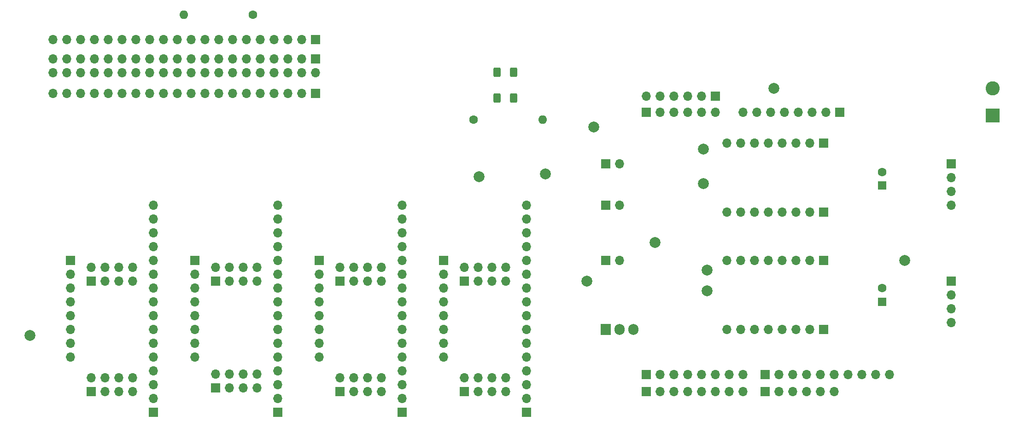
<source format=gbr>
%TF.GenerationSoftware,KiCad,Pcbnew,(6.0.10)*%
%TF.CreationDate,2025-04-13T20:47:06+02:00*%
%TF.ProjectId,pcb_shield,7063625f-7368-4696-956c-642e6b696361,1.0*%
%TF.SameCoordinates,Original*%
%TF.FileFunction,Soldermask,Top*%
%TF.FilePolarity,Negative*%
%FSLAX46Y46*%
G04 Gerber Fmt 4.6, Leading zero omitted, Abs format (unit mm)*
G04 Created by KiCad (PCBNEW (6.0.10)) date 2025-04-13 20:47:06*
%MOMM*%
%LPD*%
G01*
G04 APERTURE LIST*
G04 Aperture macros list*
%AMRoundRect*
0 Rectangle with rounded corners*
0 $1 Rounding radius*
0 $2 $3 $4 $5 $6 $7 $8 $9 X,Y pos of 4 corners*
0 Add a 4 corners polygon primitive as box body*
4,1,4,$2,$3,$4,$5,$6,$7,$8,$9,$2,$3,0*
0 Add four circle primitives for the rounded corners*
1,1,$1+$1,$2,$3*
1,1,$1+$1,$4,$5*
1,1,$1+$1,$6,$7*
1,1,$1+$1,$8,$9*
0 Add four rect primitives between the rounded corners*
20,1,$1+$1,$2,$3,$4,$5,0*
20,1,$1+$1,$4,$5,$6,$7,0*
20,1,$1+$1,$6,$7,$8,$9,0*
20,1,$1+$1,$8,$9,$2,$3,0*%
G04 Aperture macros list end*
%ADD10RoundRect,0.250000X-0.400000X-0.625000X0.400000X-0.625000X0.400000X0.625000X-0.400000X0.625000X0*%
%ADD11C,1.600000*%
%ADD12O,1.600000X1.600000*%
%ADD13R,1.700000X1.700000*%
%ADD14O,1.700000X1.700000*%
%ADD15R,2.600000X2.600000*%
%ADD16C,2.600000*%
%ADD17R,1.600000X1.600000*%
%ADD18C,2.000000*%
%ADD19R,1.905000X2.000000*%
%ADD20O,1.905000X2.000000*%
G04 APERTURE END LIST*
D10*
%TO.C,B2*%
X155808000Y-63153000D03*
X152708000Y-63153000D03*
%TD*%
%TO.C,B1*%
X152708000Y-67903000D03*
X155808000Y-67903000D03*
%TD*%
D11*
%TO.C,R2*%
X148428000Y-71893000D03*
D12*
X161128000Y-71893000D03*
%TD*%
D11*
%TO.C,R1*%
X107858000Y-52553000D03*
D12*
X95158000Y-52553000D03*
%TD*%
D13*
%TO.C,A2.3*%
X215748000Y-70523000D03*
D14*
X213208000Y-70523000D03*
X210668000Y-70523000D03*
X208128000Y-70523000D03*
X205588000Y-70523000D03*
X203048000Y-70523000D03*
X200508000Y-70523000D03*
X197968000Y-70523000D03*
%TD*%
D13*
%TO.C,A2.4*%
X180188000Y-70513000D03*
D14*
X182728000Y-70513000D03*
X185268000Y-70513000D03*
X187808000Y-70513000D03*
X190348000Y-70513000D03*
X192888000Y-70513000D03*
%TD*%
D13*
%TO.C,A2.2*%
X202028000Y-118783000D03*
D14*
X204568000Y-118783000D03*
X207108000Y-118783000D03*
X209648000Y-118783000D03*
X212188000Y-118783000D03*
X214728000Y-118783000D03*
X217268000Y-118783000D03*
X219808000Y-118783000D03*
X222348000Y-118783000D03*
X224888000Y-118783000D03*
%TD*%
D13*
%TO.C,A2.1*%
X180188000Y-118783000D03*
D14*
X182728000Y-118783000D03*
X185268000Y-118783000D03*
X187808000Y-118783000D03*
X190348000Y-118783000D03*
X192888000Y-118783000D03*
X195428000Y-118783000D03*
X197968000Y-118783000D03*
%TD*%
D13*
%TO.C,A4.2*%
X212728000Y-97783000D03*
D14*
X210188000Y-97783000D03*
X207648000Y-97783000D03*
X205108000Y-97783000D03*
X202568000Y-97783000D03*
X200028000Y-97783000D03*
X197488000Y-97783000D03*
X194948000Y-97783000D03*
%TD*%
D13*
%TO.C,A4.1*%
X212718000Y-110483000D03*
D14*
X210178000Y-110483000D03*
X207638000Y-110483000D03*
X205098000Y-110483000D03*
X202558000Y-110483000D03*
X200018000Y-110483000D03*
X197478000Y-110483000D03*
X194938000Y-110483000D03*
%TD*%
%TO.C,A3.2*%
X194948000Y-76193000D03*
X197488000Y-76193000D03*
X200028000Y-76193000D03*
X202568000Y-76193000D03*
X205108000Y-76193000D03*
X207648000Y-76193000D03*
X210188000Y-76193000D03*
D13*
X212728000Y-76193000D03*
%TD*%
D14*
%TO.C,A3.1*%
X194948000Y-88893000D03*
X197488000Y-88893000D03*
X200028000Y-88893000D03*
X202568000Y-88893000D03*
X205108000Y-88893000D03*
X207648000Y-88893000D03*
X210188000Y-88893000D03*
D13*
X212728000Y-88893000D03*
%TD*%
%TO.C,U4.2*%
X142878000Y-97793000D03*
D14*
X142878000Y-100333000D03*
X142878000Y-102873000D03*
X142878000Y-105413000D03*
X142878000Y-107953000D03*
X142878000Y-110493000D03*
X142878000Y-113033000D03*
X142878000Y-115573000D03*
%TD*%
D13*
%TO.C,U4.1*%
X158118000Y-125723000D03*
D14*
X158118000Y-123183000D03*
X158118000Y-120643000D03*
X158118000Y-118103000D03*
X158118000Y-115563000D03*
X158118000Y-113023000D03*
X158118000Y-110483000D03*
X158118000Y-107943000D03*
X158118000Y-105403000D03*
X158118000Y-102863000D03*
X158118000Y-100323000D03*
X158118000Y-97783000D03*
X158118000Y-95243000D03*
X158118000Y-92703000D03*
X158118000Y-90163000D03*
X158118000Y-87623000D03*
%TD*%
D13*
%TO.C,U3.2*%
X120028000Y-97793000D03*
D14*
X120028000Y-100333000D03*
X120028000Y-102873000D03*
X120028000Y-105413000D03*
X120028000Y-107953000D03*
X120028000Y-110493000D03*
X120028000Y-113033000D03*
X120028000Y-115573000D03*
%TD*%
D13*
%TO.C,U3.1*%
X135268000Y-125733000D03*
D14*
X135268000Y-123193000D03*
X135268000Y-120653000D03*
X135268000Y-118113000D03*
X135268000Y-115573000D03*
X135268000Y-113033000D03*
X135268000Y-110493000D03*
X135268000Y-107953000D03*
X135268000Y-105413000D03*
X135268000Y-102873000D03*
X135268000Y-100333000D03*
X135268000Y-97793000D03*
X135268000Y-95253000D03*
X135268000Y-92713000D03*
X135268000Y-90173000D03*
X135268000Y-87633000D03*
%TD*%
%TO.C,U2.2*%
X97158000Y-115573000D03*
X97158000Y-113033000D03*
X97158000Y-110493000D03*
X97158000Y-107953000D03*
X97158000Y-105413000D03*
X97158000Y-102873000D03*
X97158000Y-100333000D03*
D13*
X97158000Y-97793000D03*
%TD*%
%TO.C,U2.1*%
X112398000Y-125733000D03*
D14*
X112398000Y-123193000D03*
X112398000Y-120653000D03*
X112398000Y-118113000D03*
X112398000Y-115573000D03*
X112398000Y-113033000D03*
X112398000Y-110493000D03*
X112398000Y-107953000D03*
X112398000Y-105413000D03*
X112398000Y-102873000D03*
X112398000Y-100333000D03*
X112398000Y-97793000D03*
X112398000Y-95253000D03*
X112398000Y-92713000D03*
X112398000Y-90173000D03*
X112398000Y-87633000D03*
%TD*%
D13*
%TO.C,U1.2*%
X74298000Y-97793000D03*
D14*
X74298000Y-100333000D03*
X74298000Y-102873000D03*
X74298000Y-105413000D03*
X74298000Y-107953000D03*
X74298000Y-110493000D03*
X74298000Y-113033000D03*
X74298000Y-115573000D03*
%TD*%
D13*
%TO.C,U1.1*%
X89538000Y-125733000D03*
D14*
X89538000Y-123193000D03*
X89538000Y-120653000D03*
X89538000Y-118113000D03*
X89538000Y-115573000D03*
X89538000Y-113033000D03*
X89538000Y-110493000D03*
X89538000Y-107953000D03*
X89538000Y-105413000D03*
X89538000Y-102873000D03*
X89538000Y-100333000D03*
X89538000Y-97793000D03*
X89538000Y-95253000D03*
X89538000Y-92713000D03*
X89538000Y-90173000D03*
X89538000Y-87633000D03*
%TD*%
D15*
%TO.C,J14*%
X243840000Y-71120000D03*
D16*
X243840000Y-66120000D03*
%TD*%
D13*
%TO.C,J4*%
X100975000Y-101600000D03*
D14*
X100975000Y-99060000D03*
X103515000Y-101600000D03*
X103515000Y-99060000D03*
X106055000Y-101600000D03*
X106055000Y-99060000D03*
X108595000Y-101600000D03*
X108595000Y-99060000D03*
%TD*%
D13*
%TO.C,J12*%
X172720000Y-87630000D03*
D14*
X175260000Y-87630000D03*
%TD*%
%TO.C,J15*%
X71120000Y-67081000D03*
X73660000Y-67081000D03*
X76200000Y-67081000D03*
X78740000Y-67081000D03*
X81280000Y-67081000D03*
X83820000Y-67081000D03*
X86360000Y-67081000D03*
X88900000Y-67081000D03*
X91440000Y-67081000D03*
X93980000Y-67081000D03*
X96520000Y-67081000D03*
X99060000Y-67081000D03*
X101600000Y-67081000D03*
X104140000Y-67081000D03*
X106680000Y-67081000D03*
X109220000Y-67081000D03*
X111760000Y-67081000D03*
X114300000Y-67081000D03*
X116840000Y-67081000D03*
D13*
X119380000Y-67081000D03*
%TD*%
%TO.C,J2*%
X78115000Y-101605000D03*
D14*
X78115000Y-99065000D03*
X80655000Y-101605000D03*
X80655000Y-99065000D03*
X83195000Y-101605000D03*
X83195000Y-99065000D03*
X85735000Y-101605000D03*
X85735000Y-99065000D03*
%TD*%
D13*
%TO.C,J19*%
X192840000Y-67564000D03*
D14*
X190300000Y-67564000D03*
X187760000Y-67564000D03*
X185220000Y-67564000D03*
X182680000Y-67564000D03*
X180140000Y-67564000D03*
%TD*%
D17*
%TO.C,C1*%
X223520000Y-84020000D03*
D11*
X223520000Y-81520000D03*
%TD*%
D13*
%TO.C,J6*%
X123825000Y-101630000D03*
D14*
X123825000Y-99090000D03*
X126365000Y-101630000D03*
X126365000Y-99090000D03*
X128905000Y-101630000D03*
X128905000Y-99090000D03*
X131445000Y-101630000D03*
X131445000Y-99090000D03*
%TD*%
D13*
%TO.C,J13*%
X172720000Y-80010000D03*
D14*
X175260000Y-80010000D03*
%TD*%
D13*
%TO.C,J3*%
X100975000Y-121290000D03*
D14*
X100975000Y-118750000D03*
X103515000Y-121290000D03*
X103515000Y-118750000D03*
X106055000Y-121290000D03*
X106055000Y-118750000D03*
X108595000Y-121290000D03*
X108595000Y-118750000D03*
%TD*%
D13*
%TO.C,J9*%
X172720000Y-97790000D03*
D14*
X175260000Y-97790000D03*
%TD*%
D13*
%TO.C,J18*%
X202030000Y-121920000D03*
D14*
X204570000Y-121920000D03*
X207110000Y-121920000D03*
X209650000Y-121920000D03*
X212190000Y-121920000D03*
X214730000Y-121920000D03*
%TD*%
D18*
%TO.C,RXD1*%
X161600000Y-81895000D03*
%TD*%
D13*
%TO.C,J16*%
X119380000Y-57150000D03*
D14*
X116840000Y-57150000D03*
X114300000Y-57150000D03*
X111760000Y-57150000D03*
X109220000Y-57150000D03*
X106680000Y-57150000D03*
X104140000Y-57150000D03*
X101600000Y-57150000D03*
X99060000Y-57150000D03*
X96520000Y-57150000D03*
X93980000Y-57150000D03*
X91440000Y-57150000D03*
X88900000Y-57150000D03*
X86360000Y-57150000D03*
X83820000Y-57150000D03*
X81280000Y-57150000D03*
X78740000Y-57150000D03*
X76200000Y-57150000D03*
X73660000Y-57150000D03*
X71120000Y-57150000D03*
%TD*%
D19*
%TO.C,Q1*%
X172720000Y-110490000D03*
D20*
X175260000Y-110490000D03*
X177800000Y-110490000D03*
%TD*%
D18*
%TO.C,5V1*%
X203650000Y-66170000D03*
%TD*%
%TO.C,GND3*%
X66858000Y-111613000D03*
%TD*%
%TO.C,5V2*%
X149408000Y-82403000D03*
%TD*%
D13*
%TO.C,J8*%
X146685000Y-101600000D03*
D14*
X146685000Y-99060000D03*
X149225000Y-101600000D03*
X149225000Y-99060000D03*
X151765000Y-101600000D03*
X151765000Y-99060000D03*
X154305000Y-101600000D03*
X154305000Y-99060000D03*
%TD*%
D18*
%TO.C,STEP2*%
X190683000Y-83673000D03*
%TD*%
%TO.C,STEP1*%
X191318000Y-103358000D03*
%TD*%
%TO.C,DIR2*%
X191318000Y-99548000D03*
%TD*%
D17*
%TO.C,C2*%
X223520000Y-105410000D03*
D11*
X223520000Y-102910000D03*
%TD*%
D18*
%TO.C,VMOT1*%
X227640000Y-97770000D03*
%TD*%
D13*
%TO.C,J10*%
X236220000Y-80030000D03*
D14*
X236220000Y-82570000D03*
X236220000Y-85110000D03*
X236220000Y-87650000D03*
%TD*%
D18*
%TO.C,DIR1*%
X190683000Y-77323000D03*
%TD*%
%TO.C,TXD1*%
X169220000Y-101580000D03*
%TD*%
D13*
%TO.C,J5*%
X123835000Y-121920000D03*
D14*
X123835000Y-119380000D03*
X126375000Y-121920000D03*
X126375000Y-119380000D03*
X128915000Y-121920000D03*
X128915000Y-119380000D03*
X131455000Y-121920000D03*
X131455000Y-119380000D03*
%TD*%
D18*
%TO.C,GND2*%
X181793000Y-94468000D03*
%TD*%
D13*
%TO.C,J1*%
X78115000Y-121925000D03*
D14*
X78115000Y-119385000D03*
X80655000Y-121925000D03*
X80655000Y-119385000D03*
X83195000Y-121925000D03*
X83195000Y-119385000D03*
X85735000Y-121925000D03*
X85735000Y-119385000D03*
%TD*%
D18*
%TO.C,GND1*%
X170500000Y-73220000D03*
%TD*%
D13*
%TO.C,J7*%
X146685000Y-121920000D03*
D14*
X146685000Y-119380000D03*
X149225000Y-121920000D03*
X149225000Y-119380000D03*
X151765000Y-121920000D03*
X151765000Y-119380000D03*
X154305000Y-121920000D03*
X154305000Y-119380000D03*
%TD*%
D13*
%TO.C,J11*%
X236220000Y-101600000D03*
D14*
X236220000Y-104140000D03*
X236220000Y-106680000D03*
X236220000Y-109220000D03*
%TD*%
D13*
%TO.C,J17*%
X180190000Y-121920000D03*
D14*
X182730000Y-121920000D03*
X185270000Y-121920000D03*
X187810000Y-121920000D03*
X190350000Y-121920000D03*
X192890000Y-121920000D03*
X195430000Y-121920000D03*
X197970000Y-121920000D03*
%TD*%
%TO.C,A1*%
X119380000Y-63246000D03*
X116840000Y-63246000D03*
X114300000Y-63246000D03*
X111760000Y-63246000D03*
X109220000Y-63246000D03*
X106680000Y-63246000D03*
X104140000Y-63246000D03*
X101600000Y-63246000D03*
X99060000Y-63246000D03*
X96520000Y-63246000D03*
X93980000Y-63246000D03*
X91440000Y-63246000D03*
X88900000Y-63246000D03*
X86360000Y-63246000D03*
X83820000Y-63246000D03*
X81280000Y-63246000D03*
X78740000Y-63246000D03*
X76200000Y-63246000D03*
X73660000Y-63246000D03*
X71120000Y-63246000D03*
D13*
X119380000Y-60706000D03*
D14*
X116840000Y-60706000D03*
X114300000Y-60706000D03*
X111760000Y-60706000D03*
X109220000Y-60706000D03*
X106680000Y-60706000D03*
X104140000Y-60706000D03*
X101600000Y-60706000D03*
X99060000Y-60706000D03*
X96520000Y-60706000D03*
X93980000Y-60706000D03*
X91440000Y-60706000D03*
X88900000Y-60706000D03*
X86360000Y-60706000D03*
X83820000Y-60706000D03*
X81280000Y-60706000D03*
X78740000Y-60706000D03*
X76200000Y-60706000D03*
X73660000Y-60706000D03*
X71120000Y-60706000D03*
%TD*%
M02*

</source>
